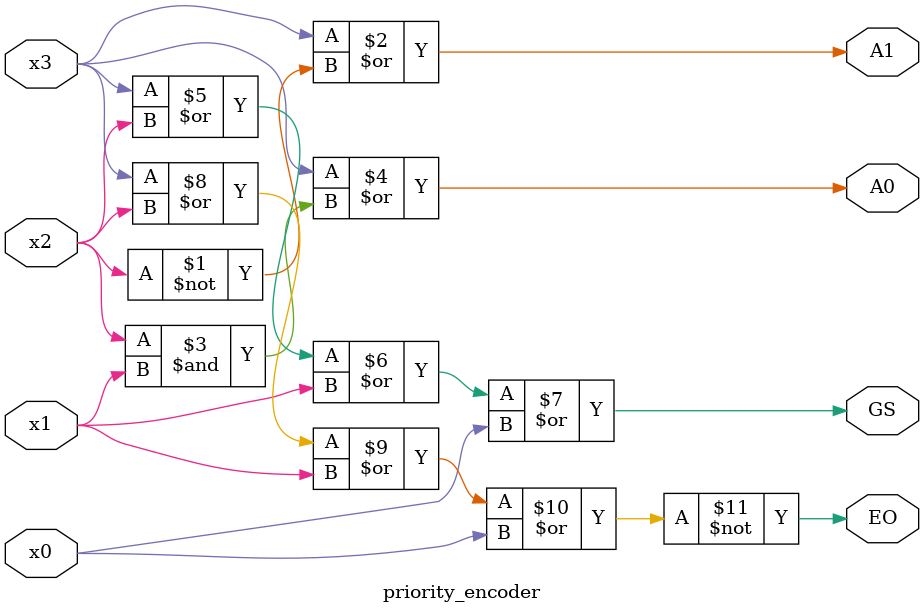
<source format=v>
`timescale 1 ns/100 ps

module priority_encoder (output A1, A0, GS, EO, input x3, x2, x1, x0);
	assign A1 = x3 | ~x2;
	assign A0 = x3 | x2 & x1;
	assign GS = (x3 | x2 |x1 | x0);
	assign EO = ~(x3 | x2 |x1 | x0);
endmodule
</source>
